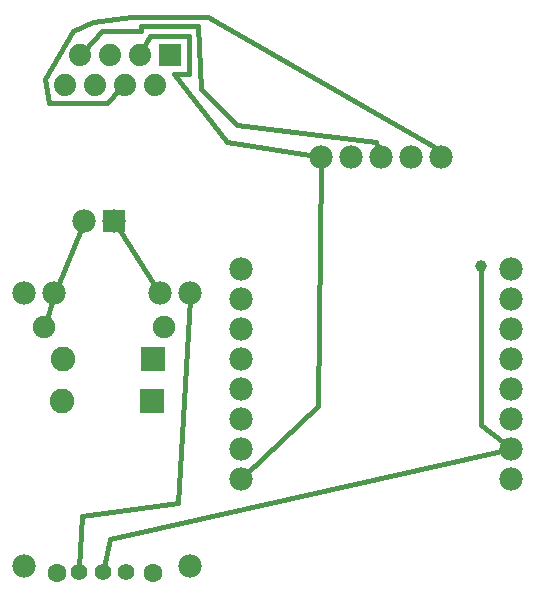
<source format=gbl>
G04 MADE WITH FRITZING*
G04 WWW.FRITZING.ORG*
G04 DOUBLE SIDED*
G04 HOLES PLATED*
G04 CONTOUR ON CENTER OF CONTOUR VECTOR*
%ASAXBY*%
%FSLAX23Y23*%
%MOIN*%
%OFA0B0*%
%SFA1.0B1.0*%
%ADD10C,0.062992*%
%ADD11C,0.055118*%
%ADD12C,0.074000*%
%ADD13C,0.078000*%
%ADD14C,0.077778*%
%ADD15C,0.075000*%
%ADD16C,0.082000*%
%ADD17C,0.039370*%
%ADD18R,0.082000X0.082000*%
%ADD19R,0.078000X0.078000*%
%ADD20C,0.016000*%
%ADD21R,0.001000X0.001000*%
%LNCOPPER0*%
G90*
G70*
G54D10*
X512Y62D03*
X193Y62D03*
G54D11*
X425Y66D03*
X346Y67D03*
X267Y67D03*
G54D12*
X219Y1689D03*
X269Y1789D03*
X319Y1689D03*
X419Y1689D03*
X519Y1689D03*
X369Y1789D03*
X469Y1789D03*
X569Y1789D03*
G54D13*
X85Y86D03*
X637Y86D03*
X85Y995D03*
X185Y995D03*
X536Y995D03*
X637Y995D03*
G54D14*
X808Y1078D03*
X808Y978D03*
X808Y878D03*
X808Y778D03*
X808Y678D03*
X808Y578D03*
X808Y478D03*
X808Y378D03*
X1708Y378D03*
X1708Y478D03*
X1708Y578D03*
X1708Y678D03*
X1708Y778D03*
X1708Y878D03*
X1708Y978D03*
X1708Y1078D03*
G54D15*
X150Y883D03*
X550Y883D03*
X150Y883D03*
X550Y883D03*
G54D16*
X513Y775D03*
X215Y775D03*
X513Y775D03*
X215Y775D03*
X509Y636D03*
X211Y636D03*
X509Y636D03*
X211Y636D03*
G54D13*
X385Y1235D03*
X285Y1235D03*
X1075Y1449D03*
X1175Y1449D03*
X1275Y1449D03*
X1375Y1449D03*
X1475Y1449D03*
G54D17*
X1608Y1085D03*
G54D18*
X514Y775D03*
X514Y775D03*
X510Y636D03*
X510Y636D03*
G54D19*
X385Y1235D03*
G54D20*
X395Y1219D02*
X526Y1011D01*
D02*
X156Y899D02*
X180Y977D01*
D02*
X278Y1218D02*
X192Y1013D01*
D02*
X478Y1806D02*
X504Y1853D01*
X504Y1853D02*
X632Y1853D01*
X632Y1853D02*
X632Y1725D01*
X632Y1725D02*
X584Y1725D01*
X584Y1725D02*
X760Y1501D01*
X760Y1501D02*
X1056Y1452D01*
D02*
X821Y390D02*
X1064Y621D01*
X1064Y621D02*
X1075Y1430D01*
D02*
X282Y1803D02*
X344Y1869D01*
X344Y1869D02*
X472Y1869D01*
X472Y1869D02*
X472Y1885D01*
X472Y1885D02*
X664Y1885D01*
X664Y1885D02*
X672Y1677D01*
X672Y1677D02*
X792Y1557D01*
X792Y1557D02*
X1256Y1501D01*
X1256Y1501D02*
X1268Y1466D01*
D02*
X1694Y489D02*
X1608Y557D01*
X1608Y557D02*
X1608Y1077D01*
D02*
X405Y1675D02*
X360Y1629D01*
X360Y1629D02*
X168Y1629D01*
X168Y1629D02*
X152Y1709D01*
X152Y1709D02*
X248Y1869D01*
X248Y1869D02*
X312Y1901D01*
X312Y1901D02*
X440Y1917D01*
X440Y1917D02*
X696Y1917D01*
X696Y1917D02*
X1448Y1485D01*
X1448Y1485D02*
X1463Y1464D01*
D02*
X596Y296D02*
X636Y976D01*
D02*
X277Y253D02*
X596Y296D01*
D02*
X268Y82D02*
X277Y253D01*
D02*
X1690Y474D02*
X369Y178D01*
D02*
X369Y178D02*
X349Y82D01*
G54D21*
X533Y1826D02*
X606Y1826D01*
X533Y1825D02*
X606Y1825D01*
X533Y1824D02*
X606Y1824D01*
X533Y1823D02*
X606Y1823D01*
X533Y1822D02*
X606Y1822D01*
X533Y1821D02*
X606Y1821D01*
X533Y1820D02*
X606Y1820D01*
X533Y1819D02*
X606Y1819D01*
X533Y1818D02*
X606Y1818D01*
X533Y1817D02*
X606Y1817D01*
X533Y1816D02*
X606Y1816D01*
X533Y1815D02*
X606Y1815D01*
X533Y1814D02*
X606Y1814D01*
X533Y1813D02*
X606Y1813D01*
X533Y1812D02*
X606Y1812D01*
X533Y1811D02*
X606Y1811D01*
X533Y1810D02*
X606Y1810D01*
X533Y1809D02*
X606Y1809D01*
X533Y1808D02*
X563Y1808D01*
X575Y1808D02*
X606Y1808D01*
X533Y1807D02*
X560Y1807D01*
X578Y1807D02*
X606Y1807D01*
X533Y1806D02*
X559Y1806D01*
X580Y1806D02*
X606Y1806D01*
X533Y1805D02*
X557Y1805D01*
X582Y1805D02*
X606Y1805D01*
X533Y1804D02*
X556Y1804D01*
X583Y1804D02*
X606Y1804D01*
X533Y1803D02*
X555Y1803D01*
X584Y1803D02*
X606Y1803D01*
X533Y1802D02*
X554Y1802D01*
X585Y1802D02*
X606Y1802D01*
X533Y1801D02*
X553Y1801D01*
X586Y1801D02*
X606Y1801D01*
X533Y1800D02*
X552Y1800D01*
X586Y1800D02*
X606Y1800D01*
X533Y1799D02*
X552Y1799D01*
X587Y1799D02*
X606Y1799D01*
X533Y1798D02*
X551Y1798D01*
X587Y1798D02*
X606Y1798D01*
X533Y1797D02*
X551Y1797D01*
X588Y1797D02*
X606Y1797D01*
X533Y1796D02*
X550Y1796D01*
X588Y1796D02*
X606Y1796D01*
X533Y1795D02*
X550Y1795D01*
X589Y1795D02*
X606Y1795D01*
X533Y1794D02*
X550Y1794D01*
X589Y1794D02*
X606Y1794D01*
X533Y1793D02*
X550Y1793D01*
X589Y1793D02*
X606Y1793D01*
X533Y1792D02*
X549Y1792D01*
X589Y1792D02*
X606Y1792D01*
X533Y1791D02*
X549Y1791D01*
X589Y1791D02*
X606Y1791D01*
X533Y1790D02*
X549Y1790D01*
X589Y1790D02*
X606Y1790D01*
X533Y1789D02*
X549Y1789D01*
X589Y1789D02*
X606Y1789D01*
X533Y1788D02*
X549Y1788D01*
X589Y1788D02*
X606Y1788D01*
X533Y1787D02*
X549Y1787D01*
X589Y1787D02*
X606Y1787D01*
X533Y1786D02*
X549Y1786D01*
X589Y1786D02*
X606Y1786D01*
X533Y1785D02*
X550Y1785D01*
X589Y1785D02*
X606Y1785D01*
X533Y1784D02*
X550Y1784D01*
X589Y1784D02*
X606Y1784D01*
X533Y1783D02*
X550Y1783D01*
X588Y1783D02*
X606Y1783D01*
X533Y1782D02*
X551Y1782D01*
X588Y1782D02*
X606Y1782D01*
X533Y1781D02*
X551Y1781D01*
X588Y1781D02*
X606Y1781D01*
X533Y1780D02*
X552Y1780D01*
X587Y1780D02*
X606Y1780D01*
X533Y1779D02*
X552Y1779D01*
X587Y1779D02*
X606Y1779D01*
X533Y1778D02*
X553Y1778D01*
X586Y1778D02*
X606Y1778D01*
X533Y1777D02*
X554Y1777D01*
X585Y1777D02*
X606Y1777D01*
X533Y1776D02*
X554Y1776D01*
X584Y1776D02*
X606Y1776D01*
X533Y1775D02*
X555Y1775D01*
X583Y1775D02*
X606Y1775D01*
X533Y1774D02*
X557Y1774D01*
X582Y1774D02*
X606Y1774D01*
X533Y1773D02*
X558Y1773D01*
X581Y1773D02*
X606Y1773D01*
X533Y1772D02*
X560Y1772D01*
X579Y1772D02*
X606Y1772D01*
X533Y1771D02*
X562Y1771D01*
X577Y1771D02*
X606Y1771D01*
X533Y1770D02*
X565Y1770D01*
X574Y1770D02*
X606Y1770D01*
X533Y1769D02*
X606Y1769D01*
X533Y1768D02*
X606Y1768D01*
X533Y1767D02*
X606Y1767D01*
X533Y1766D02*
X606Y1766D01*
X533Y1765D02*
X606Y1765D01*
X533Y1764D02*
X606Y1764D01*
X533Y1763D02*
X606Y1763D01*
X533Y1762D02*
X606Y1762D01*
X533Y1761D02*
X606Y1761D01*
X533Y1760D02*
X606Y1760D01*
X533Y1759D02*
X606Y1759D01*
X533Y1758D02*
X606Y1758D01*
X533Y1757D02*
X606Y1757D01*
X533Y1756D02*
X606Y1756D01*
X533Y1755D02*
X606Y1755D01*
X533Y1754D02*
X606Y1754D01*
X533Y1753D02*
X606Y1753D01*
D02*
G04 End of Copper0*
M02*
</source>
